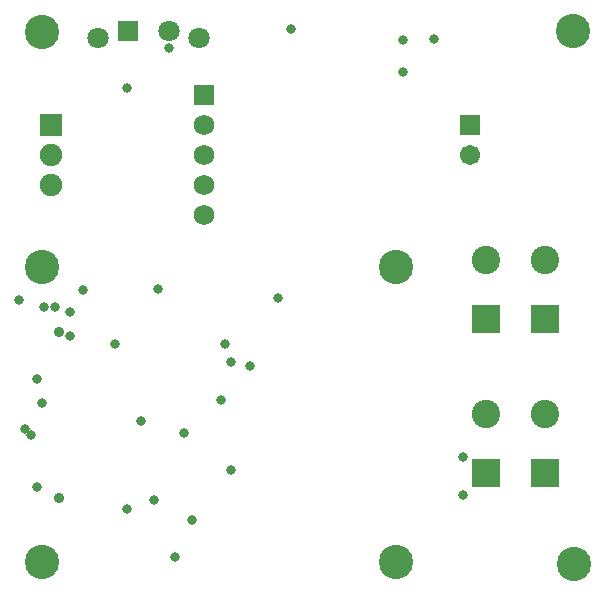
<source format=gbs>
G04*
G04 #@! TF.GenerationSoftware,Altium Limited,Altium Designer,19.0.10 (269)*
G04*
G04 Layer_Color=16711935*
%FSLAX25Y25*%
%MOIN*%
G70*
G01*
G75*
%ADD42R,0.06800X0.06800*%
%ADD43C,0.06800*%
%ADD44C,0.06706*%
%ADD45R,0.06706X0.06706*%
%ADD46R,0.07493X0.07493*%
%ADD47C,0.07493*%
%ADD48R,0.07099X0.07099*%
%ADD49C,0.07099*%
%ADD50C,0.11430*%
%ADD51R,0.09461X0.09461*%
%ADD52C,0.09461*%
%ADD53C,0.03556*%
%ADD54C,0.03162*%
D42*
X64008Y165669D02*
D03*
D43*
Y155669D02*
D03*
Y145669D02*
D03*
Y135669D02*
D03*
Y125669D02*
D03*
D44*
X152756Y145669D02*
D03*
D45*
Y155669D02*
D03*
D46*
X12937D02*
D03*
D47*
Y145669D02*
D03*
Y135669D02*
D03*
D48*
X38583Y186987D02*
D03*
D49*
X52362D02*
D03*
X28740Y184507D02*
D03*
X62205D02*
D03*
D50*
X187402Y9449D02*
D03*
X187008Y187008D02*
D03*
X9843Y186614D02*
D03*
Y108268D02*
D03*
X127953D02*
D03*
Y9843D02*
D03*
X9843D02*
D03*
D51*
X177559Y90945D02*
D03*
X157874D02*
D03*
X177559Y39764D02*
D03*
X157874D02*
D03*
D52*
X177559Y110630D02*
D03*
X157874D02*
D03*
X177559Y59449D02*
D03*
X157874D02*
D03*
D53*
X15748Y31299D02*
D03*
Y86811D02*
D03*
D54*
X38189Y168110D02*
D03*
X23622Y100787D02*
D03*
X14173Y95079D02*
D03*
X10630Y94882D02*
D03*
X2387Y97319D02*
D03*
X8273Y35039D02*
D03*
X150394Y44882D02*
D03*
X8268Y70866D02*
D03*
X69685Y64173D02*
D03*
X19291Y93307D02*
D03*
Y85433D02*
D03*
X9843Y62992D02*
D03*
X4205Y54457D02*
D03*
X6299Y52362D02*
D03*
X42913Y57087D02*
D03*
X52362Y181496D02*
D03*
X48819Y101102D02*
D03*
X79264Y75197D02*
D03*
X70866Y82825D02*
D03*
X34252Y82677D02*
D03*
X38484Y27559D02*
D03*
X54331Y11713D02*
D03*
X72866Y40551D02*
D03*
X57480Y53051D02*
D03*
X130315Y173276D02*
D03*
X140581Y184261D02*
D03*
X130315Y184133D02*
D03*
X92913Y187795D02*
D03*
X47244Y30512D02*
D03*
X59842Y24016D02*
D03*
X88583Y98032D02*
D03*
X72835Y76575D02*
D03*
X150394Y32283D02*
D03*
M02*

</source>
